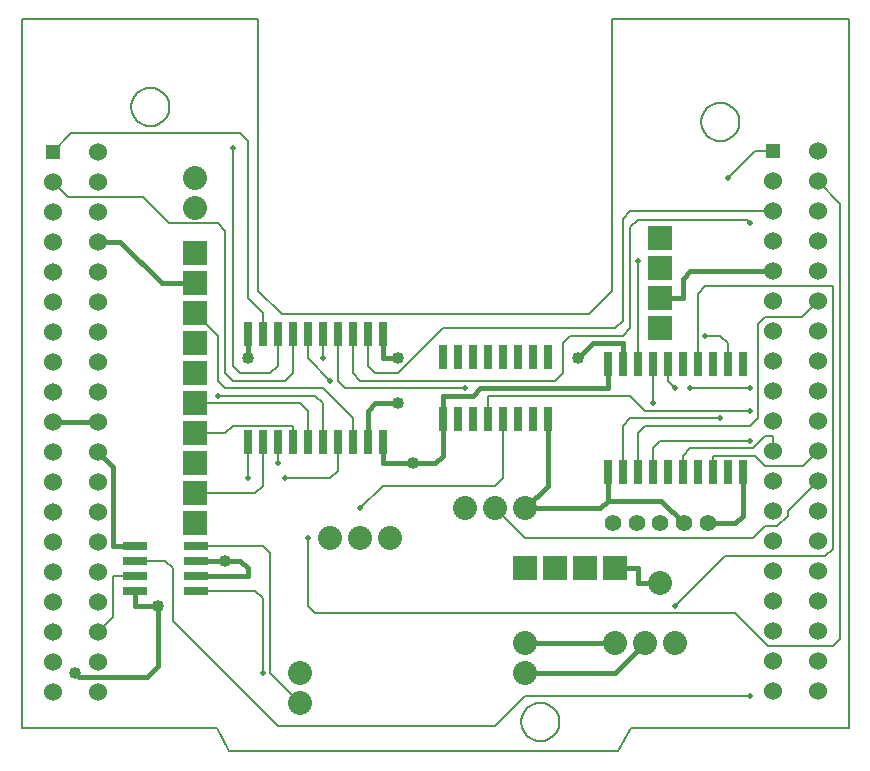
<source format=gbr>
G04 PROTEUS GERBER X2 FILE*
%TF.GenerationSoftware,Labcenter,Proteus,8.12-SP2-Build31155*%
%TF.CreationDate,2024-12-02T21:26:45+00:00*%
%TF.FileFunction,Copper,L1,Top*%
%TF.FilePolarity,Positive*%
%TF.Part,Single*%
%TF.SameCoordinates,{72233389-6efe-41d5-b27f-3128bedcde57}*%
%FSLAX45Y45*%
%MOMM*%
G01*
%TA.AperFunction,Conductor*%
%ADD10C,0.203200*%
%ADD11C,0.381000*%
%TA.AperFunction,ViaPad*%
%ADD12C,0.508000*%
%ADD13C,1.016000*%
%TA.AperFunction,ComponentPad*%
%ADD14R,1.270000X1.270000*%
%ADD15C,1.524000*%
%TA.AperFunction,SMDPad,CuDef*%
%ADD16R,0.635000X2.032000*%
%TA.AperFunction,ComponentPad*%
%ADD17C,2.032000*%
%TA.AperFunction,WasherPad*%
%ADD18C,1.397000*%
%TA.AperFunction,ComponentPad*%
%ADD19R,2.032000X2.032000*%
%TA.AperFunction,SMDPad,CuDef*%
%ADD70R,2.032000X0.635000*%
%TA.AperFunction,Profile*%
%ADD71C,0.203200*%
%TD.AperFunction*%
D10*
X+5214500Y+3952500D02*
X+5214500Y+3076200D01*
X+5532000Y+1031500D02*
X+5951500Y+1451000D01*
X+6802000Y+1451000D01*
X+6865500Y+1514500D01*
X+6865500Y+3737000D01*
X+5786000Y+3737000D01*
X+5722500Y+3673500D01*
X+5722500Y+3076200D01*
X+5341500Y+2746000D02*
X+5341500Y+3076200D01*
X+5532000Y+2873000D02*
X+5468500Y+2936500D01*
X+5468500Y+3076200D01*
X+5786000Y+3317500D02*
X+5913000Y+3317500D01*
X+5976500Y+3254000D01*
X+5976500Y+3076200D01*
D11*
X+3563500Y+2616650D02*
X+3563500Y+2809500D01*
X+3817500Y+2809500D01*
X+3881000Y+2873000D01*
X+4960500Y+2873000D01*
X+4960500Y+3076200D01*
X+3563500Y+2616650D02*
X+3563500Y+2301500D01*
X+3500000Y+2238000D01*
X+3309500Y+2238000D01*
X+3055500Y+2238000D02*
X+3309500Y+2238000D01*
X+3055500Y+2238000D02*
X+3055500Y+2415800D01*
X+5278000Y+714000D02*
X+5024000Y+460000D01*
X+4262000Y+460000D01*
X+1722000Y+1412500D02*
X+1849000Y+1412500D01*
X+1912500Y+1349000D01*
X+1912500Y+1285500D01*
X+1474350Y+1285500D01*
X+1722000Y+1412500D02*
X+1474350Y+1412500D01*
D10*
X+1468000Y+2746000D02*
X+2357000Y+2746000D01*
X+2420500Y+2682500D01*
X+2420500Y+2415800D01*
X+1658500Y+2809500D02*
X+2484000Y+2809500D01*
X+2547500Y+2746000D01*
X+2547500Y+2415800D01*
X+2230000Y+2111000D02*
X+2611000Y+2111000D01*
X+2674500Y+2174500D01*
X+2674500Y+2415800D01*
X+1468000Y+3508000D02*
X+1658500Y+3317500D01*
X+1658500Y+2936500D01*
X+1722000Y+2873000D01*
X+2547500Y+2873000D01*
X+2801500Y+2619000D01*
X+2801500Y+2415800D01*
X+1912500Y+2111000D02*
X+1912500Y+2415800D01*
X+1468000Y+1984000D02*
X+1976000Y+1984000D01*
X+2039500Y+2047500D01*
X+2039500Y+2415800D01*
X+2166500Y+2238000D02*
X+2166500Y+2415800D01*
X+1468000Y+2492000D02*
X+1722000Y+2492000D01*
X+1785500Y+2555500D01*
X+2293500Y+2555500D01*
X+2293500Y+2415800D01*
D11*
X+4706500Y+3127000D02*
X+4833500Y+3254000D01*
X+5087500Y+3254000D01*
X+5087500Y+3076200D01*
X+641000Y+4114000D02*
X+833000Y+4114000D01*
X+1185000Y+3762000D01*
X+1468000Y+3762000D01*
X+3182500Y+2746000D02*
X+2992000Y+2746000D01*
X+2928500Y+2682500D01*
X+2928500Y+2415800D01*
X+641000Y+2336000D02*
X+769500Y+2207500D01*
X+769500Y+1539500D01*
X+953650Y+1539500D01*
X+6356000Y+3864000D02*
X+5659000Y+3864000D01*
X+5595500Y+3800500D01*
X+5595500Y+3635000D01*
X+5405000Y+3635000D01*
X+5805000Y+1730000D02*
X+6040000Y+1730000D01*
X+6103500Y+1793500D01*
X+6103500Y+2161800D01*
X+5605000Y+1730000D02*
X+5414500Y+1920500D01*
X+4960500Y+1920500D01*
X+5024000Y+1349000D02*
X+5214500Y+1349000D01*
X+5214500Y+1222000D01*
X+5405000Y+1222000D01*
X+3182500Y+3127000D02*
X+3055500Y+3127000D01*
X+3055500Y+3330200D01*
X+5024000Y+714000D02*
X+4262000Y+714000D01*
X+4262000Y+1857000D02*
X+4897000Y+1857000D01*
X+4960500Y+1920500D01*
X+641000Y+2590000D02*
X+260000Y+2590000D01*
X+4960500Y+1920500D02*
X+4960500Y+2161800D01*
X+4262000Y+1857000D02*
X+4452500Y+2047500D01*
X+4452500Y+2616650D01*
X+1912500Y+3127000D02*
X+1912500Y+3330200D01*
X+1150500Y+1031500D02*
X+1150500Y+523500D01*
X+1058000Y+431000D01*
X+481000Y+431000D01*
X+452000Y+460000D01*
X+1150500Y+1031500D02*
X+953650Y+1031500D01*
X+953650Y+1158500D01*
D10*
X+2039500Y+460000D02*
X+2039500Y+1095000D01*
X+1976000Y+1158500D01*
X+1474350Y+1158500D01*
X+2357000Y+206000D02*
X+2103000Y+460000D01*
X+2103000Y+1476000D01*
X+2039500Y+1539500D01*
X+1474350Y+1539500D01*
X+5913000Y+2619000D02*
X+5151000Y+2619000D01*
X+5087500Y+2555500D01*
X+5087500Y+2161800D01*
X+6737000Y+3610000D02*
X+6606190Y+3479190D01*
X+6294000Y+3479190D01*
X+6230500Y+3415690D01*
X+6230500Y+2619000D01*
X+6167000Y+2555500D01*
X+5278000Y+2555500D01*
X+5214500Y+2492000D01*
X+5214500Y+2161800D01*
X+6167000Y+269500D02*
X+4262000Y+269500D01*
X+4008000Y+15500D01*
X+2166500Y+15500D01*
X+1277500Y+904500D01*
X+1277500Y+1349000D01*
X+1214000Y+1412500D01*
X+953650Y+1412500D01*
X+6167000Y+2428500D02*
X+5405000Y+2428500D01*
X+5341500Y+2365000D01*
X+5341500Y+2161800D01*
X+6356000Y+2340000D02*
X+6356000Y+2468270D01*
X+6294000Y+2468270D01*
X+6190730Y+2365000D01*
X+5659000Y+2365000D01*
X+5595500Y+2301500D01*
X+5595500Y+2161800D01*
X+641000Y+812000D02*
X+769500Y+940500D01*
X+769500Y+1285500D01*
X+953650Y+1285500D01*
X+6737000Y+2086000D02*
X+6484500Y+1833500D01*
X+6484500Y+1793500D01*
X+6396000Y+1705000D01*
X+6294000Y+1705000D01*
X+6192000Y+1603000D01*
X+4262000Y+1603000D01*
X+4008000Y+1857000D01*
X+6737000Y+2340000D02*
X+6610000Y+2213000D01*
X+6294000Y+2213000D01*
X+6205500Y+2301500D01*
X+5849500Y+2301500D01*
X+5849500Y+2161800D01*
X+2547500Y+3127000D02*
X+2547500Y+3330200D01*
X+3754000Y+2873000D02*
X+2738000Y+2873000D01*
X+2674500Y+2936500D01*
X+2674500Y+3330200D01*
X+6167000Y+2873000D02*
X+5659000Y+2873000D01*
X+6167000Y+4270000D02*
X+6135050Y+4301950D01*
X+5214500Y+4301950D01*
X+5151000Y+4238450D01*
X+5151000Y+3381000D01*
X+5087500Y+3317500D01*
X+4643000Y+3317500D01*
X+4579500Y+3254000D01*
X+4579500Y+3000000D01*
X+4516000Y+2936500D01*
X+2865000Y+2936500D01*
X+2801500Y+3000000D01*
X+2801500Y+3330200D01*
X+6356000Y+4372000D02*
X+5151000Y+4372000D01*
X+5087500Y+4308500D01*
X+5087500Y+3444500D01*
X+5024000Y+3381000D01*
X+3563500Y+3381000D01*
X+3182500Y+3000000D01*
X+2992000Y+3000000D01*
X+2928500Y+3063500D01*
X+2928500Y+3330200D01*
X+2039500Y+3330200D02*
X+2039500Y+3508000D01*
X+1912500Y+3635000D01*
X+1912500Y+4968500D01*
X+1849000Y+5032000D01*
X+416000Y+5032000D01*
X+260000Y+4876000D01*
X+1785500Y+4905000D02*
X+1785500Y+3063500D01*
X+1849000Y+3000000D01*
X+2103000Y+3000000D01*
X+2166500Y+3063500D01*
X+2166500Y+3330200D01*
X+260000Y+4622000D02*
X+387000Y+4495000D01*
X+1023500Y+4495000D01*
X+1248500Y+4270000D01*
X+1658500Y+4270000D01*
X+1722000Y+4206500D01*
X+1722000Y+3000000D01*
X+1785500Y+2936500D01*
X+2230000Y+2936500D01*
X+2293500Y+3000000D01*
X+2293500Y+3330200D01*
X+2611000Y+2936500D02*
X+2420500Y+3127000D01*
X+2420500Y+3330200D01*
X+2420500Y+1603000D02*
X+2420500Y+1031500D01*
X+2484000Y+968000D01*
X+6040000Y+968000D01*
X+6319000Y+689000D01*
X+6865500Y+689000D01*
X+6929000Y+752500D01*
X+6929000Y+4434000D01*
X+6737000Y+4626000D01*
X+6167000Y+2682500D02*
X+5278000Y+2682500D01*
X+5151000Y+2809500D01*
X+3944500Y+2809500D01*
X+3944500Y+2616650D01*
X+5976500Y+4651000D02*
X+6205500Y+4880000D01*
X+6356000Y+4880000D01*
X+2865000Y+1857000D02*
X+3055500Y+2047500D01*
X+4008000Y+2047500D01*
X+4071500Y+2111000D01*
X+4071500Y+2616650D01*
D12*
X+5214500Y+3952500D03*
X+5532000Y+1031500D03*
X+5341500Y+2746000D03*
X+5532000Y+2873000D03*
X+5786000Y+3317500D03*
D13*
X+3309500Y+2238000D03*
X+1722000Y+1412500D03*
D12*
X+1658500Y+2809500D03*
X+2230000Y+2111000D03*
X+1912500Y+2111000D03*
X+2166500Y+2238000D03*
D13*
X+4706500Y+3127000D03*
X+3182500Y+2746000D03*
X+452000Y+460000D03*
X+1150500Y+1031500D03*
X+3182500Y+3127000D03*
X+1912500Y+3127000D03*
D12*
X+2039500Y+460000D03*
X+5913000Y+2619000D03*
X+6167000Y+269500D03*
X+6167000Y+2428500D03*
X+2547500Y+3127000D03*
X+3754000Y+2873000D03*
X+5659000Y+2873000D03*
X+6167000Y+2873000D03*
X+6167000Y+4270000D03*
X+1785500Y+4905000D03*
X+2611000Y+2936500D03*
X+2420500Y+1603000D03*
X+6167000Y+2682500D03*
X+5976500Y+4651000D03*
X+2865000Y+1857000D03*
D14*
X+260000Y+4876000D03*
D15*
X+641000Y+4876000D03*
X+260000Y+4622000D03*
X+641000Y+4622000D03*
X+260000Y+4368000D03*
X+641000Y+4368000D03*
X+260000Y+4114000D03*
X+641000Y+4114000D03*
X+260000Y+3860000D03*
X+641000Y+3860000D03*
X+260000Y+3606000D03*
X+641000Y+3606000D03*
X+260000Y+3352000D03*
X+641000Y+3352000D03*
X+260000Y+3098000D03*
X+641000Y+3098000D03*
X+260000Y+2844000D03*
X+641000Y+2844000D03*
X+260000Y+2590000D03*
X+641000Y+2590000D03*
X+260000Y+2336000D03*
X+641000Y+2336000D03*
X+260000Y+2082000D03*
X+641000Y+2082000D03*
X+260000Y+1828000D03*
X+641000Y+1828000D03*
X+260000Y+1574000D03*
X+641000Y+1574000D03*
X+260000Y+1320000D03*
X+641000Y+1320000D03*
X+260000Y+1066000D03*
X+641000Y+1066000D03*
X+260000Y+812000D03*
X+641000Y+812000D03*
X+260000Y+558000D03*
X+641000Y+558000D03*
X+260000Y+304000D03*
X+641000Y+304000D03*
D14*
X+6356000Y+4880000D03*
D15*
X+6737000Y+4880000D03*
X+6356000Y+4626000D03*
X+6737000Y+4626000D03*
X+6356000Y+4372000D03*
X+6737000Y+4372000D03*
X+6356000Y+4118000D03*
X+6737000Y+4118000D03*
X+6356000Y+3864000D03*
X+6737000Y+3864000D03*
X+6356000Y+3610000D03*
X+6737000Y+3610000D03*
X+6356000Y+3356000D03*
X+6737000Y+3356000D03*
X+6356000Y+3102000D03*
X+6737000Y+3102000D03*
X+6356000Y+2848000D03*
X+6737000Y+2848000D03*
X+6356000Y+2594000D03*
X+6737000Y+2594000D03*
X+6356000Y+2340000D03*
X+6737000Y+2340000D03*
X+6356000Y+2086000D03*
X+6737000Y+2086000D03*
X+6356000Y+1832000D03*
X+6737000Y+1832000D03*
X+6356000Y+1578000D03*
X+6737000Y+1578000D03*
X+6356000Y+1324000D03*
X+6737000Y+1324000D03*
X+6356000Y+1070000D03*
X+6737000Y+1070000D03*
X+6356000Y+816000D03*
X+6737000Y+816000D03*
X+6356000Y+562000D03*
X+6737000Y+562000D03*
X+6356000Y+308000D03*
X+6737000Y+308000D03*
D16*
X+3055500Y+3330200D03*
X+2928500Y+3330200D03*
X+2801500Y+3330200D03*
X+2674500Y+3330200D03*
X+2547500Y+3330200D03*
X+2420500Y+3330200D03*
X+2293500Y+3330200D03*
X+2166500Y+3330200D03*
X+2039500Y+3330200D03*
X+1912500Y+3330200D03*
X+1912500Y+2415800D03*
X+2039500Y+2415800D03*
X+2166500Y+2415800D03*
X+2293500Y+2415800D03*
X+2420500Y+2415800D03*
X+2547500Y+2415800D03*
X+2674500Y+2415800D03*
X+2801500Y+2415800D03*
X+2928500Y+2415800D03*
X+3055500Y+2415800D03*
X+4960500Y+2161800D03*
X+5087500Y+2161800D03*
X+5214500Y+2161800D03*
X+5341500Y+2161800D03*
X+5468500Y+2161800D03*
X+5595500Y+2161800D03*
X+5722500Y+2161800D03*
X+5849500Y+2161800D03*
X+5976500Y+2161800D03*
X+6103500Y+2161800D03*
X+6103500Y+3076200D03*
X+5976500Y+3076200D03*
X+5849500Y+3076200D03*
X+5722500Y+3076200D03*
X+5595500Y+3076200D03*
X+5468500Y+3076200D03*
X+5341500Y+3076200D03*
X+5214500Y+3076200D03*
X+5087500Y+3076200D03*
X+4960500Y+3076200D03*
D17*
X+3754000Y+1857000D03*
X+4008000Y+1857000D03*
X+4262000Y+1857000D03*
X+2357000Y+460000D03*
X+2357000Y+206000D03*
D18*
X+5005000Y+1730000D03*
X+5205000Y+1730000D03*
X+5405000Y+1730000D03*
X+5605000Y+1730000D03*
X+5805000Y+1730000D03*
D19*
X+5024000Y+1349000D03*
X+4770000Y+1349000D03*
X+4516000Y+1349000D03*
X+4262000Y+1349000D03*
X+1468000Y+4016000D03*
X+1468000Y+3762000D03*
X+1468000Y+3508000D03*
X+1468000Y+3254000D03*
X+1468000Y+3000000D03*
X+1468000Y+2746000D03*
X+1468000Y+2492000D03*
X+1468000Y+2238000D03*
X+1468000Y+1984000D03*
X+1468000Y+1730000D03*
D17*
X+5532000Y+714000D03*
X+5278000Y+714000D03*
X+5024000Y+714000D03*
X+4262000Y+460000D03*
X+4262000Y+714000D03*
X+3119000Y+1603000D03*
X+2865000Y+1603000D03*
X+2611000Y+1603000D03*
D16*
X+3563500Y+2616650D03*
X+3690500Y+2616650D03*
X+3817500Y+2616650D03*
X+3944500Y+2616650D03*
X+4071500Y+2616650D03*
X+4198500Y+2616650D03*
X+4325500Y+2616650D03*
X+4452500Y+2616650D03*
X+4452500Y+3137350D03*
X+4325500Y+3137350D03*
X+4198500Y+3137350D03*
X+4071500Y+3137350D03*
X+3944500Y+3137350D03*
X+3817500Y+3137350D03*
X+3690500Y+3137350D03*
X+3563500Y+3137350D03*
D17*
X+5405000Y+1222000D03*
X+1464000Y+4659000D03*
X+1464000Y+4405000D03*
D70*
X+1474350Y+1158500D03*
X+1474350Y+1285500D03*
X+1474350Y+1412500D03*
X+1474350Y+1539500D03*
X+953650Y+1539500D03*
X+953650Y+1412500D03*
X+953650Y+1285500D03*
X+953650Y+1158500D03*
D19*
X+5405000Y+4143000D03*
X+5405000Y+3889000D03*
X+5405000Y+3635000D03*
X+5405000Y+3381000D03*
D71*
X+0Y+0D02*
X+1650000Y+0D01*
X+7000000Y+0D02*
X+7000000Y+6000000D01*
X+5000000Y+6000000D01*
X+5000000Y+3700000D01*
X+4800000Y+3500000D01*
X+2200000Y+3500000D01*
X+2000000Y+3700000D02*
X+2000000Y+6000000D01*
X+0Y+6000000D01*
X+0Y+0D01*
X+2000000Y+3700000D02*
X+2200000Y+3500000D01*
X+5160000Y+0D02*
X+7000000Y+0D01*
X+1750000Y-200000D02*
X+5050000Y-200000D01*
X+1650000Y+0D02*
X+1750000Y-200000D01*
X+5160000Y+0D02*
X+5050000Y-200000D01*
X+4550045Y+50000D02*
X+4549508Y+63142D01*
X+4545144Y+89427D01*
X+4536029Y+115712D01*
X+4521182Y+141997D01*
X+4498470Y+168118D01*
X+4472185Y+187898D01*
X+4445900Y+200658D01*
X+4419615Y+208108D01*
X+4393330Y+210987D01*
X+4389000Y+211045D01*
X+4227955Y+50000D02*
X+4228492Y+63142D01*
X+4232856Y+89427D01*
X+4241971Y+115712D01*
X+4256818Y+141997D01*
X+4279530Y+168118D01*
X+4305815Y+187898D01*
X+4332100Y+200658D01*
X+4358385Y+208108D01*
X+4384670Y+210987D01*
X+4389000Y+211045D01*
X+4227955Y+50000D02*
X+4228492Y+36858D01*
X+4232856Y+10573D01*
X+4241971Y-15712D01*
X+4256818Y-41997D01*
X+4279530Y-68118D01*
X+4305815Y-87898D01*
X+4332100Y-100658D01*
X+4358385Y-108108D01*
X+4384670Y-110987D01*
X+4389000Y-111045D01*
X+4550045Y+50000D02*
X+4549508Y+36858D01*
X+4545144Y+10573D01*
X+4536029Y-15712D01*
X+4521182Y-41997D01*
X+4498470Y-68118D01*
X+4472185Y-87898D01*
X+4445900Y-100658D01*
X+4419615Y-108108D01*
X+4393330Y-110987D01*
X+4389000Y-111045D01*
X+6074045Y+5130000D02*
X+6073508Y+5143142D01*
X+6069144Y+5169427D01*
X+6060029Y+5195712D01*
X+6045182Y+5221997D01*
X+6022470Y+5248118D01*
X+5996185Y+5267898D01*
X+5969900Y+5280658D01*
X+5943615Y+5288108D01*
X+5917330Y+5290987D01*
X+5913000Y+5291045D01*
X+5751955Y+5130000D02*
X+5752492Y+5143142D01*
X+5756856Y+5169427D01*
X+5765971Y+5195712D01*
X+5780818Y+5221997D01*
X+5803530Y+5248118D01*
X+5829815Y+5267898D01*
X+5856100Y+5280658D01*
X+5882385Y+5288108D01*
X+5908670Y+5290987D01*
X+5913000Y+5291045D01*
X+5751955Y+5130000D02*
X+5752492Y+5116858D01*
X+5756856Y+5090573D01*
X+5765971Y+5064288D01*
X+5780818Y+5038003D01*
X+5803530Y+5011882D01*
X+5829815Y+4992102D01*
X+5856100Y+4979342D01*
X+5882385Y+4971892D01*
X+5908670Y+4969013D01*
X+5913000Y+4968955D01*
X+6074045Y+5130000D02*
X+6073508Y+5116858D01*
X+6069144Y+5090573D01*
X+6060029Y+5064288D01*
X+6045182Y+5038003D01*
X+6022470Y+5011882D01*
X+5996185Y+4992102D01*
X+5969900Y+4979342D01*
X+5943615Y+4971892D01*
X+5917330Y+4969013D01*
X+5913000Y+4968955D01*
X+1248045Y+5257000D02*
X+1247508Y+5270142D01*
X+1243144Y+5296427D01*
X+1234029Y+5322712D01*
X+1219182Y+5348997D01*
X+1196470Y+5375118D01*
X+1170185Y+5394898D01*
X+1143900Y+5407658D01*
X+1117615Y+5415108D01*
X+1091330Y+5417987D01*
X+1087000Y+5418045D01*
X+925955Y+5257000D02*
X+926492Y+5270142D01*
X+930856Y+5296427D01*
X+939971Y+5322712D01*
X+954818Y+5348997D01*
X+977530Y+5375118D01*
X+1003815Y+5394898D01*
X+1030100Y+5407658D01*
X+1056385Y+5415108D01*
X+1082670Y+5417987D01*
X+1087000Y+5418045D01*
X+925955Y+5257000D02*
X+926492Y+5243858D01*
X+930856Y+5217573D01*
X+939971Y+5191288D01*
X+954818Y+5165003D01*
X+977530Y+5138882D01*
X+1003815Y+5119102D01*
X+1030100Y+5106342D01*
X+1056385Y+5098892D01*
X+1082670Y+5096013D01*
X+1087000Y+5095955D01*
X+1248045Y+5257000D02*
X+1247508Y+5243858D01*
X+1243144Y+5217573D01*
X+1234029Y+5191288D01*
X+1219182Y+5165003D01*
X+1196470Y+5138882D01*
X+1170185Y+5119102D01*
X+1143900Y+5106342D01*
X+1117615Y+5098892D01*
X+1091330Y+5096013D01*
X+1087000Y+5095955D01*
M02*

</source>
